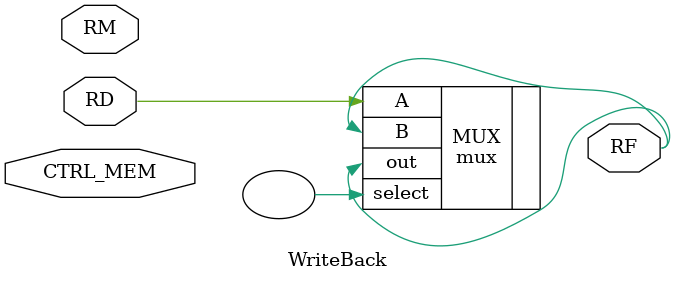
<source format=v>
module WriteBack(
	input RD, RM, CTRL_MEM,
	output RF
);

//mux
mux MUX(
.A(RD),
.B(RF),
.select(),
.out(RF)
);
//pll?

endmodule

</source>
